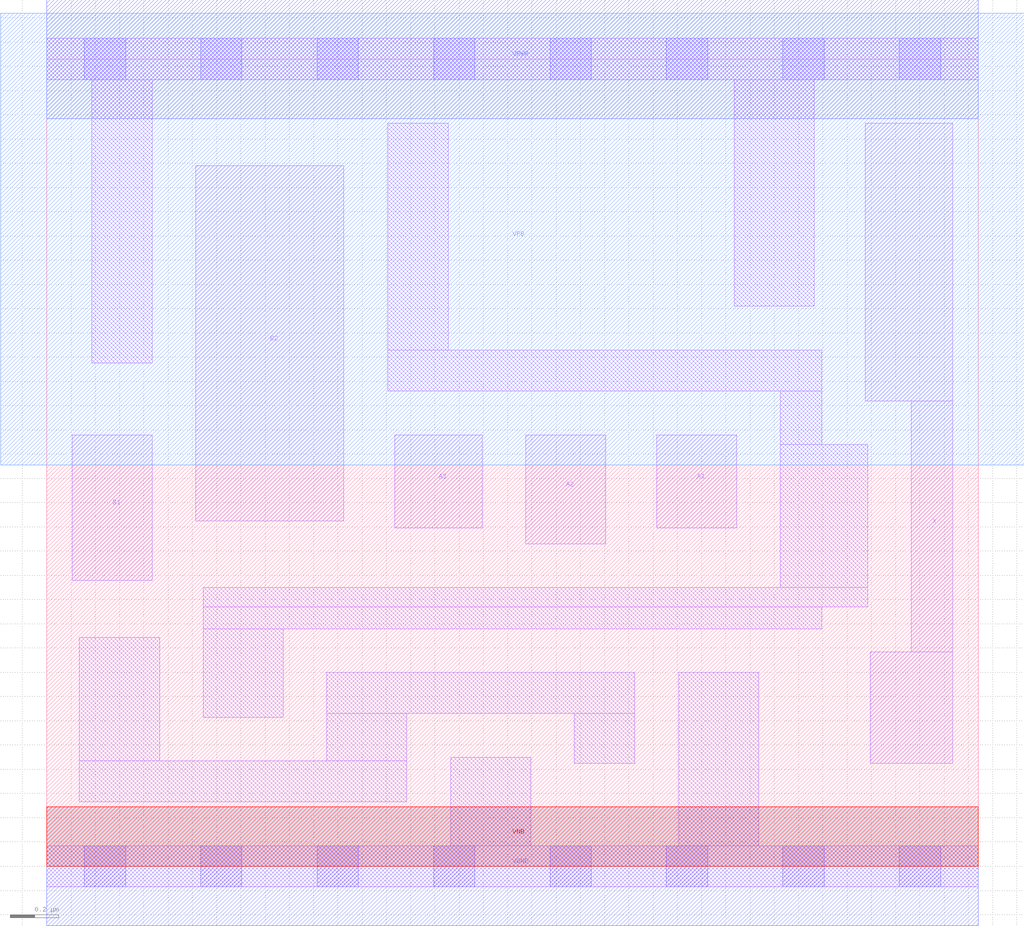
<source format=lef>
# Copyright 2020 The SkyWater PDK Authors
#
# Licensed under the Apache License, Version 2.0 (the "License");
# you may not use this file except in compliance with the License.
# You may obtain a copy of the License at
#
#     https://www.apache.org/licenses/LICENSE-2.0
#
# Unless required by applicable law or agreed to in writing, software
# distributed under the License is distributed on an "AS IS" BASIS,
# WITHOUT WARRANTIES OR CONDITIONS OF ANY KIND, either express or implied.
# See the License for the specific language governing permissions and
# limitations under the License.
#
# SPDX-License-Identifier: Apache-2.0

VERSION 5.7 ;
  NOWIREEXTENSIONATPIN ON ;
  DIVIDERCHAR "/" ;
  BUSBITCHARS "[]" ;
MACRO sky130_fd_sc_lp__o32a_lp
  CLASS CORE ;
  FOREIGN sky130_fd_sc_lp__o32a_lp ;
  ORIGIN  0.000000  0.000000 ;
  SIZE  3.840000 BY  3.330000 ;
  SYMMETRY X Y R90 ;
  SITE unit ;
  PIN A1
    ANTENNAGATEAREA  0.313000 ;
    DIRECTION INPUT ;
    USE SIGNAL ;
    PORT
      LAYER li1 ;
        RECT 2.515000 1.395000 2.845000 1.780000 ;
    END
  END A1
  PIN A2
    ANTENNAGATEAREA  0.313000 ;
    DIRECTION INPUT ;
    USE SIGNAL ;
    PORT
      LAYER li1 ;
        RECT 1.975000 1.330000 2.305000 1.780000 ;
    END
  END A2
  PIN A3
    ANTENNAGATEAREA  0.313000 ;
    DIRECTION INPUT ;
    USE SIGNAL ;
    PORT
      LAYER li1 ;
        RECT 1.435000 1.395000 1.795000 1.780000 ;
    END
  END A3
  PIN B1
    ANTENNAGATEAREA  0.313000 ;
    DIRECTION INPUT ;
    USE SIGNAL ;
    PORT
      LAYER li1 ;
        RECT 0.105000 1.180000 0.435000 1.780000 ;
    END
  END B1
  PIN B2
    ANTENNAGATEAREA  0.313000 ;
    DIRECTION INPUT ;
    USE SIGNAL ;
    PORT
      LAYER li1 ;
        RECT 0.615000 1.425000 1.225000 2.890000 ;
    END
  END B2
  PIN X
    ANTENNADIFFAREA  0.404700 ;
    DIRECTION OUTPUT ;
    USE SIGNAL ;
    PORT
      LAYER li1 ;
        RECT 3.375000 1.920000 3.735000 3.065000 ;
        RECT 3.395000 0.425000 3.735000 0.885000 ;
        RECT 3.565000 0.885000 3.735000 1.920000 ;
    END
  END X
  PIN VGND
    DIRECTION INOUT ;
    USE GROUND ;
    PORT
      LAYER met1 ;
        RECT 0.000000 -0.245000 3.840000 0.245000 ;
    END
  END VGND
  PIN VNB
    DIRECTION INOUT ;
    USE GROUND ;
    PORT
      LAYER pwell ;
        RECT 0.000000 0.000000 3.840000 0.245000 ;
    END
  END VNB
  PIN VPB
    DIRECTION INOUT ;
    USE POWER ;
    PORT
      LAYER nwell ;
        RECT -0.190000 1.655000 4.030000 3.520000 ;
    END
  END VPB
  PIN VPWR
    DIRECTION INOUT ;
    USE POWER ;
    PORT
      LAYER met1 ;
        RECT 0.000000 3.085000 3.840000 3.575000 ;
    END
  END VPWR
  OBS
    LAYER li1 ;
      RECT 0.000000 -0.085000 3.840000 0.085000 ;
      RECT 0.000000  3.245000 3.840000 3.415000 ;
      RECT 0.135000  0.265000 1.485000 0.435000 ;
      RECT 0.135000  0.435000 0.465000 0.945000 ;
      RECT 0.185000  2.075000 0.435000 3.245000 ;
      RECT 0.645000  0.615000 0.975000 0.980000 ;
      RECT 0.645000  0.980000 3.195000 1.070000 ;
      RECT 0.645000  1.070000 3.385000 1.150000 ;
      RECT 1.155000  0.435000 1.485000 0.630000 ;
      RECT 1.155000  0.630000 2.425000 0.800000 ;
      RECT 1.405000  1.960000 3.195000 2.130000 ;
      RECT 1.405000  2.130000 1.655000 3.065000 ;
      RECT 1.665000  0.085000 1.995000 0.450000 ;
      RECT 2.175000  0.425000 2.425000 0.630000 ;
      RECT 2.605000  0.085000 2.935000 0.800000 ;
      RECT 2.835000  2.310000 3.165000 3.245000 ;
      RECT 3.025000  1.150000 3.385000 1.740000 ;
      RECT 3.025000  1.740000 3.195000 1.960000 ;
    LAYER mcon ;
      RECT 0.155000 -0.085000 0.325000 0.085000 ;
      RECT 0.155000  3.245000 0.325000 3.415000 ;
      RECT 0.635000 -0.085000 0.805000 0.085000 ;
      RECT 0.635000  3.245000 0.805000 3.415000 ;
      RECT 1.115000 -0.085000 1.285000 0.085000 ;
      RECT 1.115000  3.245000 1.285000 3.415000 ;
      RECT 1.595000 -0.085000 1.765000 0.085000 ;
      RECT 1.595000  3.245000 1.765000 3.415000 ;
      RECT 2.075000 -0.085000 2.245000 0.085000 ;
      RECT 2.075000  3.245000 2.245000 3.415000 ;
      RECT 2.555000 -0.085000 2.725000 0.085000 ;
      RECT 2.555000  3.245000 2.725000 3.415000 ;
      RECT 3.035000 -0.085000 3.205000 0.085000 ;
      RECT 3.035000  3.245000 3.205000 3.415000 ;
      RECT 3.515000 -0.085000 3.685000 0.085000 ;
      RECT 3.515000  3.245000 3.685000 3.415000 ;
  END
END sky130_fd_sc_lp__o32a_lp
END LIBRARY

</source>
